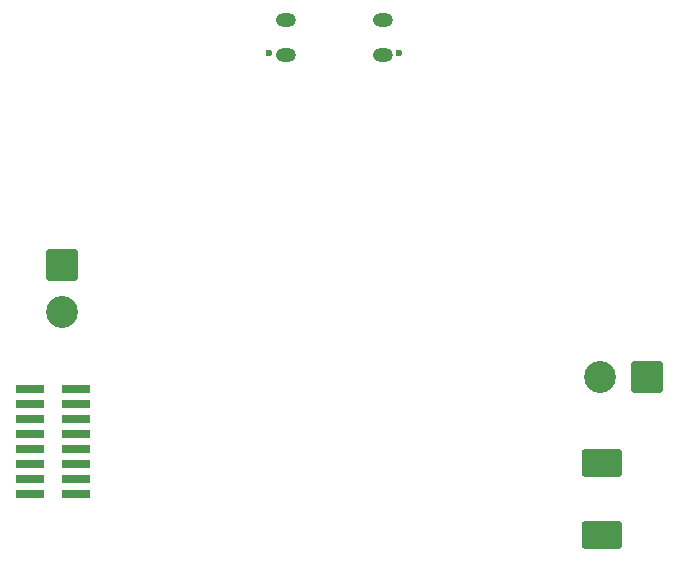
<source format=gbr>
%TF.GenerationSoftware,KiCad,Pcbnew,8.0.1*%
%TF.CreationDate,2024-05-30T20:48:59+03:00*%
%TF.ProjectId,jantteri_right,6a616e74-7465-4726-995f-72696768742e,rev?*%
%TF.SameCoordinates,Original*%
%TF.FileFunction,Soldermask,Bot*%
%TF.FilePolarity,Negative*%
%FSLAX46Y46*%
G04 Gerber Fmt 4.6, Leading zero omitted, Abs format (unit mm)*
G04 Created by KiCad (PCBNEW 8.0.1) date 2024-05-30 20:48:59*
%MOMM*%
%LPD*%
G01*
G04 APERTURE LIST*
G04 Aperture macros list*
%AMRoundRect*
0 Rectangle with rounded corners*
0 $1 Rounding radius*
0 $2 $3 $4 $5 $6 $7 $8 $9 X,Y pos of 4 corners*
0 Add a 4 corners polygon primitive as box body*
4,1,4,$2,$3,$4,$5,$6,$7,$8,$9,$2,$3,0*
0 Add four circle primitives for the rounded corners*
1,1,$1+$1,$2,$3*
1,1,$1+$1,$4,$5*
1,1,$1+$1,$6,$7*
1,1,$1+$1,$8,$9*
0 Add four rect primitives between the rounded corners*
20,1,$1+$1,$2,$3,$4,$5,0*
20,1,$1+$1,$4,$5,$6,$7,0*
20,1,$1+$1,$6,$7,$8,$9,0*
20,1,$1+$1,$8,$9,$2,$3,0*%
G04 Aperture macros list end*
%ADD10C,0.600000*%
%ADD11O,1.700000X1.200000*%
%ADD12RoundRect,0.250001X1.099999X1.099999X-1.099999X1.099999X-1.099999X-1.099999X1.099999X-1.099999X0*%
%ADD13C,2.700000*%
%ADD14RoundRect,0.250001X-1.099999X1.099999X-1.099999X-1.099999X1.099999X-1.099999X1.099999X1.099999X0*%
%ADD15RoundRect,0.235000X-1.465000X0.940000X-1.465000X-0.940000X1.465000X-0.940000X1.465000X0.940000X0*%
%ADD16R,2.400000X0.740000*%
G04 APERTURE END LIST*
D10*
%TO.C,J1*%
X5393320Y24674040D03*
X-5606680Y24674040D03*
D11*
X3993320Y24504040D03*
X3993320Y27444040D03*
X-4206680Y24504040D03*
X-4206680Y27444040D03*
%TD*%
D12*
%TO.C,J2*%
X26339800Y-2814320D03*
D13*
X22379800Y-2814320D03*
%TD*%
D14*
%TO.C,J3*%
X-23164800Y6672580D03*
D13*
X-23164800Y2712580D03*
%TD*%
D15*
%TO.C,L1*%
X22606000Y-10079000D03*
X22606000Y-16129000D03*
%TD*%
D16*
%TO.C,J4*%
X-21931080Y-3751580D03*
X-25831080Y-3751580D03*
X-21931080Y-5021580D03*
X-25831080Y-5021580D03*
X-21931080Y-6291580D03*
X-25831080Y-6291580D03*
X-21931080Y-7561580D03*
X-25831080Y-7561580D03*
X-21931080Y-8831580D03*
X-25831080Y-8831580D03*
X-21931080Y-10101580D03*
X-25831080Y-10101580D03*
X-21931080Y-11371580D03*
X-25831080Y-11371580D03*
X-21931080Y-12641580D03*
X-25831080Y-12641580D03*
%TD*%
M02*

</source>
